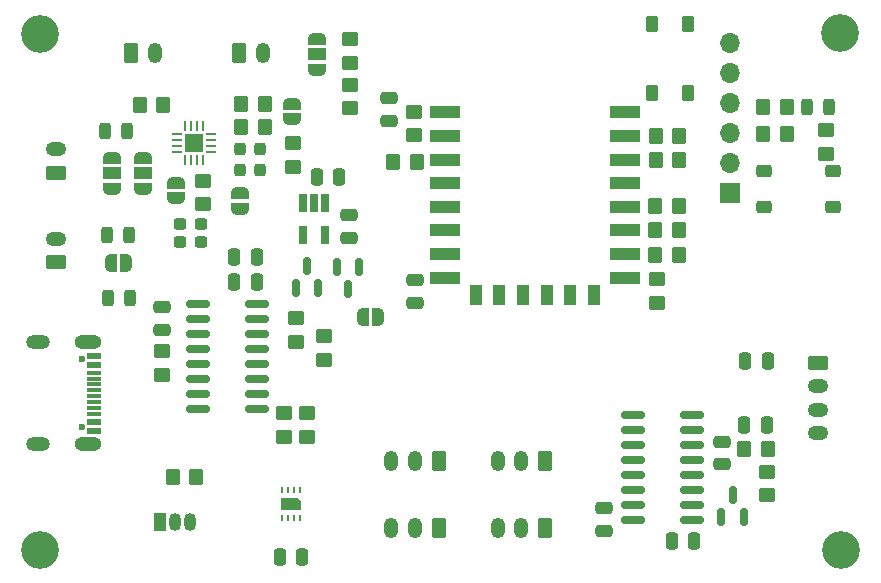
<source format=gbr>
%TF.GenerationSoftware,KiCad,Pcbnew,7.0.1*%
%TF.CreationDate,2023-11-12T23:31:08+01:00*%
%TF.ProjectId,GasWeighter,47617357-6569-4676-9874-65722e6b6963,rev?*%
%TF.SameCoordinates,Original*%
%TF.FileFunction,Soldermask,Top*%
%TF.FilePolarity,Negative*%
%FSLAX46Y46*%
G04 Gerber Fmt 4.6, Leading zero omitted, Abs format (unit mm)*
G04 Created by KiCad (PCBNEW 7.0.1) date 2023-11-12 23:31:08*
%MOMM*%
%LPD*%
G01*
G04 APERTURE LIST*
G04 Aperture macros list*
%AMRoundRect*
0 Rectangle with rounded corners*
0 $1 Rounding radius*
0 $2 $3 $4 $5 $6 $7 $8 $9 X,Y pos of 4 corners*
0 Add a 4 corners polygon primitive as box body*
4,1,4,$2,$3,$4,$5,$6,$7,$8,$9,$2,$3,0*
0 Add four circle primitives for the rounded corners*
1,1,$1+$1,$2,$3*
1,1,$1+$1,$4,$5*
1,1,$1+$1,$6,$7*
1,1,$1+$1,$8,$9*
0 Add four rect primitives between the rounded corners*
20,1,$1+$1,$2,$3,$4,$5,0*
20,1,$1+$1,$4,$5,$6,$7,0*
20,1,$1+$1,$6,$7,$8,$9,0*
20,1,$1+$1,$8,$9,$2,$3,0*%
%AMFreePoly0*
4,1,19,0.500000,-0.750000,0.000000,-0.750000,0.000000,-0.744911,-0.071157,-0.744911,-0.207708,-0.704816,-0.327430,-0.627875,-0.420627,-0.520320,-0.479746,-0.390866,-0.500000,-0.250000,-0.500000,0.250000,-0.479746,0.390866,-0.420627,0.520320,-0.327430,0.627875,-0.207708,0.704816,-0.071157,0.744911,0.000000,0.744911,0.000000,0.750000,0.500000,0.750000,0.500000,-0.750000,0.500000,-0.750000,
$1*%
%AMFreePoly1*
4,1,19,0.000000,0.744911,0.071157,0.744911,0.207708,0.704816,0.327430,0.627875,0.420627,0.520320,0.479746,0.390866,0.500000,0.250000,0.500000,-0.250000,0.479746,-0.390866,0.420627,-0.520320,0.327430,-0.627875,0.207708,-0.704816,0.071157,-0.744911,0.000000,-0.744911,0.000000,-0.750000,-0.500000,-0.750000,-0.500000,0.750000,0.000000,0.750000,0.000000,0.744911,0.000000,0.744911,
$1*%
%AMFreePoly2*
4,1,19,0.550000,-0.750000,0.000000,-0.750000,0.000000,-0.744911,-0.071157,-0.744911,-0.207708,-0.704816,-0.327430,-0.627875,-0.420627,-0.520320,-0.479746,-0.390866,-0.500000,-0.250000,-0.500000,0.250000,-0.479746,0.390866,-0.420627,0.520320,-0.327430,0.627875,-0.207708,0.704816,-0.071157,0.744911,0.000000,0.744911,0.000000,0.750000,0.550000,0.750000,0.550000,-0.750000,0.550000,-0.750000,
$1*%
%AMFreePoly3*
4,1,19,0.000000,0.744911,0.071157,0.744911,0.207708,0.704816,0.327430,0.627875,0.420627,0.520320,0.479746,0.390866,0.500000,0.250000,0.500000,-0.250000,0.479746,-0.390866,0.420627,-0.520320,0.327430,-0.627875,0.207708,-0.704816,0.071157,-0.744911,0.000000,-0.744911,0.000000,-0.750000,-0.550000,-0.750000,-0.550000,0.750000,0.000000,0.750000,0.000000,0.744911,0.000000,0.744911,
$1*%
%AMFreePoly4*
4,1,6,0.500000,-0.850000,-0.500000,-0.850000,-0.500000,0.550000,-0.200000,0.850000,0.500000,0.850000,0.500000,-0.850000,0.500000,-0.850000,$1*%
G04 Aperture macros list end*
%ADD10RoundRect,0.250000X-0.250000X-0.475000X0.250000X-0.475000X0.250000X0.475000X-0.250000X0.475000X0*%
%ADD11RoundRect,0.237500X0.237500X-0.300000X0.237500X0.300000X-0.237500X0.300000X-0.237500X-0.300000X0*%
%ADD12C,3.200000*%
%ADD13RoundRect,0.250000X-0.350000X-0.625000X0.350000X-0.625000X0.350000X0.625000X-0.350000X0.625000X0*%
%ADD14O,1.200000X1.750000*%
%ADD15FreePoly0,180.000000*%
%ADD16FreePoly1,180.000000*%
%ADD17RoundRect,0.250000X0.475000X-0.250000X0.475000X0.250000X-0.475000X0.250000X-0.475000X-0.250000X0*%
%ADD18RoundRect,0.250000X0.350000X0.450000X-0.350000X0.450000X-0.350000X-0.450000X0.350000X-0.450000X0*%
%ADD19RoundRect,0.250000X0.450000X-0.350000X0.450000X0.350000X-0.450000X0.350000X-0.450000X-0.350000X0*%
%ADD20RoundRect,0.250000X0.350000X0.625000X-0.350000X0.625000X-0.350000X-0.625000X0.350000X-0.625000X0*%
%ADD21FreePoly2,270.000000*%
%ADD22R,1.500000X1.000000*%
%ADD23FreePoly3,270.000000*%
%ADD24RoundRect,0.150000X-0.150000X0.587500X-0.150000X-0.587500X0.150000X-0.587500X0.150000X0.587500X0*%
%ADD25RoundRect,0.243750X0.243750X0.456250X-0.243750X0.456250X-0.243750X-0.456250X0.243750X-0.456250X0*%
%ADD26RoundRect,0.250000X0.250000X0.475000X-0.250000X0.475000X-0.250000X-0.475000X0.250000X-0.475000X0*%
%ADD27RoundRect,0.250000X-0.450000X0.350000X-0.450000X-0.350000X0.450000X-0.350000X0.450000X0.350000X0*%
%ADD28R,0.250000X0.550000*%
%ADD29FreePoly4,270.000000*%
%ADD30RoundRect,0.150000X0.850000X0.150000X-0.850000X0.150000X-0.850000X-0.150000X0.850000X-0.150000X0*%
%ADD31RoundRect,0.275000X-0.400000X-0.275000X0.400000X-0.275000X0.400000X0.275000X-0.400000X0.275000X0*%
%ADD32RoundRect,0.250000X-0.350000X-0.450000X0.350000X-0.450000X0.350000X0.450000X-0.350000X0.450000X0*%
%ADD33RoundRect,0.062500X-0.062500X0.375000X-0.062500X-0.375000X0.062500X-0.375000X0.062500X0.375000X0*%
%ADD34RoundRect,0.062500X-0.375000X0.062500X-0.375000X-0.062500X0.375000X-0.062500X0.375000X0.062500X0*%
%ADD35R,1.600000X1.600000*%
%ADD36RoundRect,0.150000X-0.825000X-0.150000X0.825000X-0.150000X0.825000X0.150000X-0.825000X0.150000X0*%
%ADD37RoundRect,0.237500X-0.300000X-0.237500X0.300000X-0.237500X0.300000X0.237500X-0.300000X0.237500X0*%
%ADD38FreePoly0,90.000000*%
%ADD39FreePoly1,90.000000*%
%ADD40RoundRect,0.150000X0.150000X-0.587500X0.150000X0.587500X-0.150000X0.587500X-0.150000X-0.587500X0*%
%ADD41C,0.600000*%
%ADD42R,1.160000X0.600000*%
%ADD43R,1.160000X0.300000*%
%ADD44O,2.300000X1.200000*%
%ADD45O,2.000000X1.200000*%
%ADD46R,0.650000X1.560000*%
%ADD47R,1.700000X1.700000*%
%ADD48O,1.700000X1.700000*%
%ADD49R,1.050000X1.500000*%
%ADD50O,1.050000X1.500000*%
%ADD51RoundRect,0.250000X0.625000X-0.350000X0.625000X0.350000X-0.625000X0.350000X-0.625000X-0.350000X0*%
%ADD52O,1.750000X1.200000*%
%ADD53FreePoly0,270.000000*%
%ADD54FreePoly1,270.000000*%
%ADD55R,2.500000X1.000000*%
%ADD56R,1.000000X1.800000*%
%ADD57RoundRect,0.250000X-0.475000X0.250000X-0.475000X-0.250000X0.475000X-0.250000X0.475000X0.250000X0*%
%ADD58RoundRect,0.250000X-0.625000X0.350000X-0.625000X-0.350000X0.625000X-0.350000X0.625000X0.350000X0*%
%ADD59FreePoly2,90.000000*%
%ADD60FreePoly3,90.000000*%
%ADD61RoundRect,0.275000X0.275000X-0.400000X0.275000X0.400000X-0.275000X0.400000X-0.275000X-0.400000X0*%
G04 APERTURE END LIST*
D10*
%TO.C,C13*%
X165992500Y-98187500D03*
X167892500Y-98187500D03*
%TD*%
D11*
%TO.C,C8*%
X123200000Y-82012500D03*
X123200000Y-80287500D03*
%TD*%
D12*
%TO.C,H1*%
X106250000Y-70500000D03*
%TD*%
D13*
%TO.C,J12*%
X123150000Y-72100000D03*
D14*
X125150000Y-72100000D03*
%TD*%
D15*
%TO.C,JP5*%
X113550000Y-89900000D03*
D16*
X112250000Y-89900000D03*
%TD*%
D17*
%TO.C,C2*%
X135850000Y-77850000D03*
X135850000Y-75950000D03*
%TD*%
D18*
%TO.C,R6*%
X160350000Y-85100000D03*
X158350000Y-85100000D03*
%TD*%
D19*
%TO.C,R16*%
X172850000Y-80650000D03*
X172850000Y-78650000D03*
%TD*%
D20*
%TO.C,J9*%
X149000000Y-112350000D03*
D14*
X147000000Y-112350000D03*
X145000000Y-112350000D03*
%TD*%
D21*
%TO.C,JP2*%
X129750000Y-70950000D03*
D22*
X129750000Y-72250000D03*
D23*
X129750000Y-73550000D03*
%TD*%
D21*
%TO.C,JP3*%
X114950000Y-81000000D03*
D22*
X114950000Y-82300000D03*
D23*
X114950000Y-83600000D03*
%TD*%
D18*
%TO.C,R21*%
X125300000Y-78400000D03*
X123300000Y-78400000D03*
%TD*%
D24*
%TO.C,Q1*%
X133300000Y-90212500D03*
X131400000Y-90212500D03*
X132350000Y-92087500D03*
%TD*%
D25*
%TO.C,D1*%
X173087500Y-76700000D03*
X171212500Y-76700000D03*
%TD*%
D26*
%TO.C,C9*%
X131600000Y-82650000D03*
X129700000Y-82650000D03*
%TD*%
D27*
%TO.C,R5*%
X137900000Y-77100000D03*
X137900000Y-79100000D03*
%TD*%
D28*
%TO.C,U4*%
X128250000Y-109150000D03*
X127750000Y-109150000D03*
X127250000Y-109150000D03*
X126750000Y-109150000D03*
X126750000Y-111500000D03*
X127250000Y-111500000D03*
X127750000Y-111500000D03*
X128250000Y-111500000D03*
D29*
X127500000Y-110325000D03*
%TD*%
D20*
%TO.C,J7*%
X149000000Y-106700000D03*
D14*
X147000000Y-106700000D03*
X145000000Y-106700000D03*
%TD*%
D19*
%TO.C,R13*%
X128900000Y-104600000D03*
X128900000Y-102600000D03*
%TD*%
D30*
%TO.C,U7*%
X161442500Y-111632500D03*
X161442500Y-110362500D03*
X161442500Y-109092500D03*
X161442500Y-107822500D03*
X161442500Y-106552500D03*
X161442500Y-105282500D03*
X161442500Y-104012500D03*
X161442500Y-102742500D03*
X156442500Y-102742500D03*
X156442500Y-104012500D03*
X156442500Y-105282500D03*
X156442500Y-106552500D03*
X156442500Y-107822500D03*
X156442500Y-109092500D03*
X156442500Y-110362500D03*
X156442500Y-111632500D03*
%TD*%
D25*
%TO.C,D4*%
X113837500Y-87500000D03*
X111962500Y-87500000D03*
%TD*%
D27*
%TO.C,R18*%
X132500000Y-74800000D03*
X132500000Y-76800000D03*
%TD*%
D31*
%TO.C,SW2*%
X167550000Y-82150000D03*
X173400000Y-82150000D03*
X167550000Y-85150000D03*
X173400000Y-85150000D03*
%TD*%
D32*
%TO.C,R4*%
X136150000Y-81350000D03*
X138150000Y-81350000D03*
%TD*%
D26*
%TO.C,C4*%
X124600000Y-91500000D03*
X122700000Y-91500000D03*
%TD*%
D17*
%TO.C,C10*%
X132400000Y-87750000D03*
X132400000Y-85850000D03*
%TD*%
D32*
%TO.C,R10*%
X117500000Y-108050000D03*
X119500000Y-108050000D03*
%TD*%
D15*
%TO.C,JP1*%
X134900000Y-94500000D03*
D16*
X133600000Y-94500000D03*
%TD*%
D33*
%TO.C,U6*%
X120050000Y-78312500D03*
X119550000Y-78312500D03*
X119050000Y-78312500D03*
X118550000Y-78312500D03*
D34*
X117862500Y-79000000D03*
X117862500Y-79500000D03*
X117862500Y-80000000D03*
X117862500Y-80500000D03*
D33*
X118550000Y-81187500D03*
X119050000Y-81187500D03*
X119550000Y-81187500D03*
X120050000Y-81187500D03*
D34*
X120737500Y-80500000D03*
X120737500Y-80000000D03*
X120737500Y-79500000D03*
X120737500Y-79000000D03*
D35*
X119300000Y-79750000D03*
%TD*%
D12*
%TO.C,H3*%
X174078680Y-114221320D03*
%TD*%
D27*
%TO.C,R20*%
X120100000Y-82950000D03*
X120100000Y-84950000D03*
%TD*%
D17*
%TO.C,C1*%
X116600000Y-95550000D03*
X116600000Y-93650000D03*
%TD*%
D36*
%TO.C,U1*%
X119675000Y-93405000D03*
X119675000Y-94675000D03*
X119675000Y-95945000D03*
X119675000Y-97215000D03*
X119675000Y-98485000D03*
X119675000Y-99755000D03*
X119675000Y-101025000D03*
X119675000Y-102295000D03*
X124625000Y-102295000D03*
X124625000Y-101025000D03*
X124625000Y-99755000D03*
X124625000Y-98485000D03*
X124625000Y-97215000D03*
X124625000Y-95945000D03*
X124625000Y-94675000D03*
X124625000Y-93405000D03*
%TD*%
D37*
%TO.C,C12*%
X118137500Y-88150000D03*
X119862500Y-88150000D03*
%TD*%
D38*
%TO.C,JP6*%
X123200000Y-85300000D03*
D39*
X123200000Y-84000000D03*
%TD*%
D40*
%TO.C,Q2*%
X127900000Y-92025000D03*
X129800000Y-92025000D03*
X128850000Y-90150000D03*
%TD*%
D37*
%TO.C,C11*%
X118137500Y-86600000D03*
X119862500Y-86600000D03*
%TD*%
D41*
%TO.C,P1*%
X109790000Y-98050000D03*
X109790000Y-103830000D03*
D42*
X110810000Y-97740000D03*
X110810000Y-98540000D03*
D43*
X110810000Y-99690000D03*
X110810000Y-100690000D03*
X110810000Y-101190000D03*
X110810000Y-102190000D03*
D42*
X110810000Y-103340000D03*
X110810000Y-104140000D03*
X110810000Y-104140000D03*
X110810000Y-103340000D03*
D43*
X110810000Y-102690000D03*
X110810000Y-101690000D03*
X110810000Y-100190000D03*
X110810000Y-99190000D03*
D42*
X110810000Y-98540000D03*
X110810000Y-97740000D03*
D44*
X110290000Y-96615000D03*
D45*
X106090000Y-96615000D03*
D44*
X110290000Y-105265000D03*
D45*
X106090000Y-105265000D03*
%TD*%
D12*
%TO.C,H2*%
X106271320Y-114200000D03*
%TD*%
D32*
%TO.C,R11*%
X158400000Y-79150000D03*
X160400000Y-79150000D03*
%TD*%
%TO.C,R22*%
X114700000Y-76500000D03*
X116700000Y-76500000D03*
%TD*%
D12*
%TO.C,H4*%
X173978680Y-70421320D03*
%TD*%
D25*
%TO.C,D3*%
X113637500Y-78700000D03*
X111762500Y-78700000D03*
%TD*%
D46*
%TO.C,U5*%
X130400000Y-84800000D03*
X129450000Y-84800000D03*
X128500000Y-84800000D03*
X128500000Y-87500000D03*
X130400000Y-87500000D03*
%TD*%
D32*
%TO.C,R26*%
X165892500Y-105637500D03*
X167892500Y-105637500D03*
%TD*%
D10*
%TO.C,C6*%
X126550000Y-114800000D03*
X128450000Y-114800000D03*
%TD*%
D19*
%TO.C,R1*%
X116600000Y-99350000D03*
X116600000Y-97350000D03*
%TD*%
%TO.C,R7*%
X158500000Y-93250000D03*
X158500000Y-91250000D03*
%TD*%
D47*
%TO.C,J11*%
X164650000Y-83950000D03*
D48*
X164650000Y-81410000D03*
X164650000Y-78870000D03*
X164650000Y-76330000D03*
X164650000Y-73790000D03*
X164650000Y-71250000D03*
%TD*%
D25*
%TO.C,D2*%
X113887500Y-92850000D03*
X112012500Y-92850000D03*
%TD*%
D49*
%TO.C,U2*%
X116400000Y-111800000D03*
D50*
X117670000Y-111800000D03*
X118940000Y-111800000D03*
%TD*%
D18*
%TO.C,R2*%
X160350000Y-87150000D03*
X158350000Y-87150000D03*
%TD*%
D40*
%TO.C,Q3*%
X163942500Y-111425000D03*
X165842500Y-111425000D03*
X164892500Y-109550000D03*
%TD*%
D19*
%TO.C,R14*%
X126900000Y-104600000D03*
X126900000Y-102600000D03*
%TD*%
D20*
%TO.C,J6*%
X140000000Y-106700000D03*
D14*
X138000000Y-106700000D03*
X136000000Y-106700000D03*
%TD*%
D51*
%TO.C,J2*%
X107650000Y-82250000D03*
D52*
X107650000Y-80250000D03*
%TD*%
D13*
%TO.C,J1*%
X114000000Y-72100000D03*
D14*
X116000000Y-72100000D03*
%TD*%
D26*
%TO.C,C3*%
X124600000Y-89400000D03*
X122700000Y-89400000D03*
%TD*%
D27*
%TO.C,R17*%
X132500000Y-70950000D03*
X132500000Y-72950000D03*
%TD*%
D53*
%TO.C,JP7*%
X117800000Y-83100000D03*
D54*
X117800000Y-84400000D03*
%TD*%
D27*
%TO.C,R24*%
X127650000Y-79750000D03*
X127650000Y-81750000D03*
%TD*%
%TO.C,R9*%
X127900000Y-94550000D03*
X127900000Y-96550000D03*
%TD*%
D18*
%TO.C,R15*%
X169500000Y-76700000D03*
X167500000Y-76700000D03*
%TD*%
D32*
%TO.C,R12*%
X158400000Y-81150000D03*
X160400000Y-81150000D03*
%TD*%
D10*
%TO.C,C16*%
X159742500Y-113437500D03*
X161642500Y-113437500D03*
%TD*%
D18*
%TO.C,R3*%
X160350000Y-89200000D03*
X158350000Y-89200000D03*
%TD*%
D55*
%TO.C,U3*%
X140550000Y-77150000D03*
X140550000Y-79150000D03*
X140550000Y-81150000D03*
X140550000Y-83150000D03*
X140550000Y-85150000D03*
X140550000Y-87150000D03*
X140550000Y-89150000D03*
X140550000Y-91150000D03*
D56*
X143150000Y-92650000D03*
X145150000Y-92650000D03*
X147150000Y-92650000D03*
X149150000Y-92650000D03*
X151150000Y-92650000D03*
X153150000Y-92650000D03*
D55*
X155750000Y-91150000D03*
X155750000Y-89150000D03*
X155750000Y-87150000D03*
X155750000Y-85150000D03*
X155750000Y-83150000D03*
X155750000Y-81150000D03*
X155750000Y-79150000D03*
X155750000Y-77150000D03*
%TD*%
D17*
%TO.C,C5*%
X138050000Y-93250000D03*
X138050000Y-91350000D03*
%TD*%
D11*
%TO.C,C7*%
X124900000Y-82012500D03*
X124900000Y-80287500D03*
%TD*%
D57*
%TO.C,C15*%
X163992500Y-105037500D03*
X163992500Y-106937500D03*
%TD*%
D17*
%TO.C,C17*%
X154042500Y-112587500D03*
X154042500Y-110687500D03*
%TD*%
D27*
%TO.C,R25*%
X167792500Y-107587500D03*
X167792500Y-109587500D03*
%TD*%
D38*
%TO.C,JP8*%
X127600000Y-77750000D03*
D39*
X127600000Y-76450000D03*
%TD*%
D19*
%TO.C,R8*%
X130300000Y-98100000D03*
X130300000Y-96100000D03*
%TD*%
D58*
%TO.C,J10*%
X172092500Y-98337500D03*
D52*
X172092500Y-100337500D03*
X172092500Y-102337500D03*
X172092500Y-104337500D03*
%TD*%
D59*
%TO.C,JP4*%
X112350000Y-83600000D03*
D22*
X112350000Y-82300000D03*
D60*
X112350000Y-81000000D03*
%TD*%
D32*
%TO.C,R23*%
X123300000Y-76400000D03*
X125300000Y-76400000D03*
%TD*%
D51*
%TO.C,J3*%
X107650000Y-89850000D03*
D52*
X107650000Y-87850000D03*
%TD*%
D18*
%TO.C,R19*%
X169500000Y-78950000D03*
X167500000Y-78950000D03*
%TD*%
D26*
%TO.C,C14*%
X167792500Y-103587500D03*
X165892500Y-103587500D03*
%TD*%
D61*
%TO.C,SW1*%
X158100000Y-75550000D03*
X158100000Y-69700000D03*
X161100000Y-75550000D03*
X161100000Y-69700000D03*
%TD*%
D20*
%TO.C,J8*%
X140000000Y-112350000D03*
D14*
X138000000Y-112350000D03*
X136000000Y-112350000D03*
%TD*%
M02*

</source>
